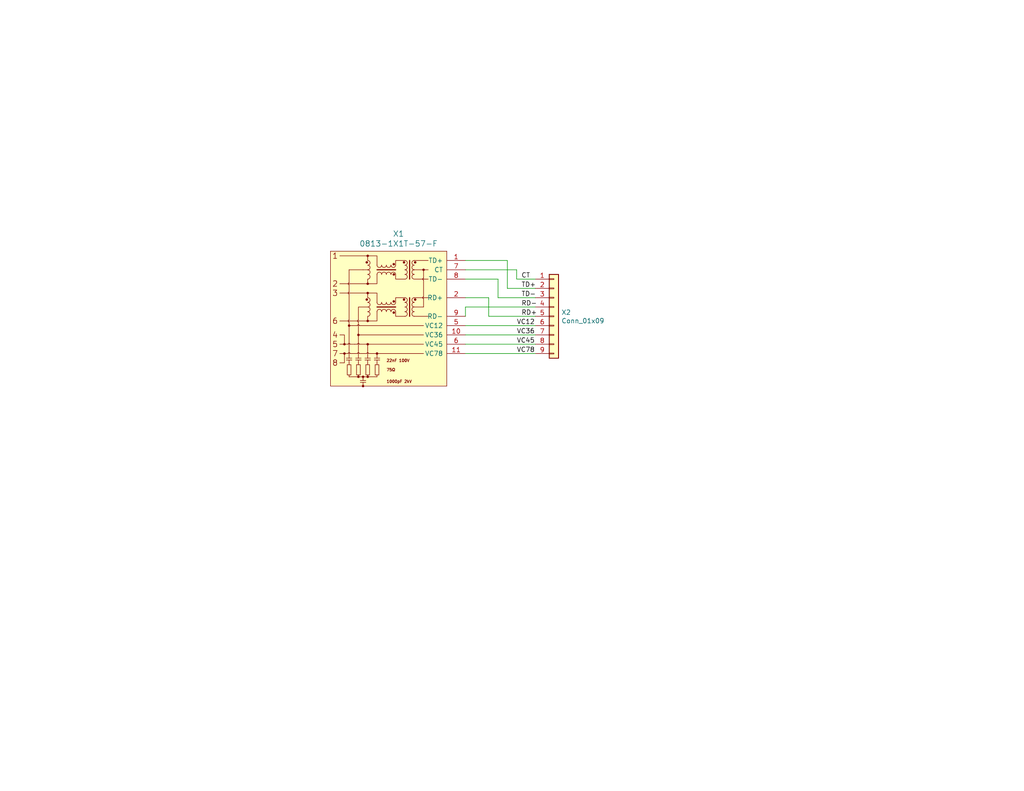
<source format=kicad_sch>
(kicad_sch (version 20230121) (generator eeschema)
  (paper "USLetter")
  (title_block (title "0813-1X1T-57-F Breakout") (date "2018-08-19") (rev "1") (company "Alex M."))
  (lib_symbols
    (symbol "Breakout_0813-1X1T-57-F-rescue:0813-1X1T-57-F-AlexComponents" (pin_names (offset 1.016))
      (property "Reference" "X" (at -13.97 21.59 0))
      (property "Value" "AlexComponents:0813-1X1T-57-F" (at 0 -17.78 0))
      (symbol "0813-1X1T-57-F-AlexComponents_0_0"
        (circle (center -11.43 -5.08) (radius 0.254) (fill (type outline)))
        (circle (center -6.35 -16.51) (radius 0.254) (fill (type outline)))
        (rectangle (start 16.51 -16.51) (end -15.24 20.32) (fill (type background)))
        (text "1" (at -13.97 19.05 0) (effects (font (size 1.524 1.524))))
        (text "1000pF 2kV" (at 0 -15.24 0) (effects (font (size 0.762 0.762)) (justify left)))
        (text "2" (at -13.97 11.43 0) (effects (font (size 1.524 1.524))))
        (text "22nF 100V" (at 0 -9.525 0) (effects (font (size 0.762 0.762)) (justify left)))
        (text "3" (at -13.97 8.89 0) (effects (font (size 1.524 1.524))))
        (text "4" (at -13.97 -2.54 0) (effects (font (size 1.524 1.524))))
        (text "5" (at -13.97 -5.08 0) (effects (font (size 1.524 1.524))))
        (text "6" (at -13.97 1.27 0) (effects (font (size 1.524 1.524))))
        (text "7" (at -13.97 -7.62 0) (effects (font (size 1.524 1.524))))
        (text "75Ω" (at 0 -12.065 0) (effects (font (size 0.762 0.762)) (justify left)))
        (text "8" (at -13.97 -10.16 0) (effects (font (size 1.524 1.524))))
      )
      (symbol "0813-1X1T-57-F-AlexComponents_0_1"
        (circle (center -11.43 -7.62) (radius 0.254) (fill (type outline)))
        (rectangle (start -10.668 -10.668) (end -9.652 -13.462))
        (circle (center -10.16 0) (radius 0.254) (fill (type outline)))
        (arc (start -10.16 1.524) (mid -10.4129 1.27) (end -10.16 1.016))
        (arc (start -10.16 9.144) (mid -10.4129 8.89) (end -10.16 8.636))
        (arc (start -10.16 11.684) (mid -10.4129 11.43) (end -10.16 11.176))
        (arc (start -9.906 -7.62) (mid -10.16 -7.3671) (end -10.414 -7.62))
        (arc (start -9.906 -5.08) (mid -10.16 -4.8271) (end -10.414 -5.08))
        (rectangle (start -8.128 -10.668) (end -7.112 -13.462))
        (circle (center -7.62 -13.97) (radius 0.254) (fill (type outline)))
        (circle (center -7.62 -2.54) (radius 0.254) (fill (type outline)))
        (arc (start -7.62 1.524) (mid -7.8729 1.27) (end -7.62 1.016))
        (arc (start -7.366 -7.62) (mid -7.62 -7.3671) (end -7.874 -7.62))
        (arc (start -7.366 -5.08) (mid -7.62 -4.8271) (end -7.874 -5.08))
        (arc (start -7.366 0) (mid -7.62 0.2529) (end -7.874 0))
        (circle (center -6.35 -13.97) (radius 0.254) (fill (type outline)))
        (rectangle (start -5.588 -10.668) (end -4.572 -13.462))
        (circle (center -5.334 7.112) (radius 0.254) (fill (type outline)))
        (circle (center -5.334 17.272) (radius 0.254) (fill (type outline)))
        (circle (center -5.08 -13.97) (radius 0.254) (fill (type outline)))
        (circle (center -5.08 -5.08) (radius 0.254) (fill (type outline)))
        (circle (center -5.08 1.27) (radius 0.254) (fill (type outline)))
        (arc (start -5.08 2.54) (mid -4.4477 3.175) (end -5.08 3.81))
        (arc (start -5.08 3.81) (mid -4.4477 4.445) (end -5.08 5.08))
        (arc (start -5.08 5.08) (mid -4.4477 5.715) (end -5.08 6.35))
        (arc (start -5.08 6.35) (mid -4.4477 6.985) (end -5.08 7.62))
        (circle (center -5.08 8.89) (radius 0.254) (fill (type outline)))
        (circle (center -5.08 11.43) (radius 0.254) (fill (type outline)))
        (arc (start -5.08 12.7) (mid -4.4477 13.335) (end -5.08 13.97))
        (arc (start -5.08 13.97) (mid -4.4477 14.605) (end -5.08 15.24))
        (arc (start -5.08 15.24) (mid -4.4477 15.875) (end -5.08 16.51))
        (arc (start -5.08 16.51) (mid -4.4477 17.145) (end -5.08 17.78))
        (circle (center -5.08 19.05) (radius 0.254) (fill (type outline)))
        (arc (start -4.826 -7.62) (mid -5.08 -7.3671) (end -5.334 -7.62))
        (rectangle (start -3.048 -10.668) (end -2.032 -13.462))
        (circle (center -2.54 -7.62) (radius 0.254) (fill (type outline)))
        (arc (start -2.54 6.35) (mid -1.905 5.7177) (end -1.27 6.35))
        (arc (start -2.54 16.51) (mid -1.905 15.8777) (end -1.27 16.51))
        (arc (start -1.27 3.81) (mid -1.905 4.4423) (end -2.54 3.81))
        (arc (start -1.27 6.35) (mid -0.635 5.7177) (end 0 6.35))
        (arc (start -1.27 13.97) (mid -1.905 14.6023) (end -2.54 13.97))
        (arc (start -1.27 16.51) (mid -0.635 15.8777) (end 0 16.51))
        (polyline (pts (xy -11.43 -7.62) (xy -12.7 -7.62)))
        (polyline (pts (xy -11.43 -5.08) (xy -12.7 -5.08)))
        (polyline (pts (xy -10.922 -9.398) (xy -9.398 -9.398)))
        (polyline (pts (xy -10.922 -8.89) (xy -9.398 -8.89)))
        (polyline (pts (xy -10.414 -7.62) (xy -11.43 -7.62)))
        (polyline (pts (xy -10.414 -5.08) (xy -11.43 -5.08)))
        (polyline (pts (xy -10.16 -13.462) (xy -10.16 -13.97)))
        (polyline (pts (xy -10.16 -10.16) (xy -10.16 -10.668)))
        (polyline (pts (xy -10.16 -9.398) (xy -10.16 -10.16)))
        (polyline (pts (xy -10.16 0) (xy -10.16 -8.89)))
        (polyline (pts (xy -10.16 1.524) (xy -10.16 8.636)))
        (polyline (pts (xy -10.16 9.144) (xy -10.16 11.176)))
        (polyline (pts (xy -10.16 11.684) (xy -10.16 15.24)))
        (polyline (pts (xy -10.16 15.24) (xy -6.35 15.24)))
        (polyline (pts (xy -9.906 -7.62) (xy -8.636 -7.62)))
        (polyline (pts (xy -9.906 -5.08) (xy -8.636 -5.08)))
        (polyline (pts (xy -8.382 -9.398) (xy -6.858 -9.398)))
        (polyline (pts (xy -8.382 -8.89) (xy -6.858 -8.89)))
        (polyline (pts (xy -7.874 -7.62) (xy -8.636 -7.62)))
        (polyline (pts (xy -7.874 -5.08) (xy -8.636 -5.08)))
        (polyline (pts (xy -7.874 0) (xy -9.144 0)))
        (polyline (pts (xy -7.62 -13.462) (xy -7.62 -13.97)))
        (polyline (pts (xy -7.62 -10.16) (xy -7.62 -10.668)))
        (polyline (pts (xy -7.62 -9.398) (xy -7.62 -10.16)))
        (polyline (pts (xy -7.62 -2.54) (xy -7.62 -8.89)))
        (polyline (pts (xy -7.112 -15.494) (xy -5.588 -15.494)))
        (polyline (pts (xy -7.112 -14.986) (xy -5.588 -14.986)))
        (polyline (pts (xy -6.35 -15.494) (xy -6.35 -16.51)))
        (polyline (pts (xy -6.35 -14.478) (xy -6.35 -14.986)))
        (polyline (pts (xy -6.35 -13.97) (xy -6.35 -14.478)))
        (polyline (pts (xy -6.35 15.24) (xy -5.08 15.24)))
        (polyline (pts (xy -5.842 -9.398) (xy -4.318 -9.398)))
        (polyline (pts (xy -5.588 -7.62) (xy -7.366 -7.62)))
        (polyline (pts (xy -5.588 -7.62) (xy -5.334 -7.62)))
        (polyline (pts (xy -5.08 -13.462) (xy -5.08 -13.97)))
        (polyline (pts (xy -5.08 -10.16) (xy -5.08 -10.668)))
        (polyline (pts (xy -5.08 -9.398) (xy -5.08 -10.16)))
        (polyline (pts (xy -5.08 -8.89) (xy -5.08 -6.35)))
        (polyline (pts (xy -5.08 -6.35) (xy -5.08 -5.08)))
        (polyline (pts (xy -5.08 1.27) (xy -12.7 1.27)))
        (polyline (pts (xy -5.08 8.89) (xy -12.7 8.89)))
        (polyline (pts (xy -5.08 11.43) (xy -12.7 11.43)))
        (polyline (pts (xy -5.08 19.05) (xy -12.7 19.05)))
        (polyline (pts (xy -4.826 -7.62) (xy 10.16 -7.62)))
        (polyline (pts (xy -3.302 -9.398) (xy -1.778 -9.398)))
        (polyline (pts (xy -3.302 -8.89) (xy -1.778 -8.89)))
        (polyline (pts (xy -2.54 -13.462) (xy -2.54 -13.97)))
        (polyline (pts (xy -2.54 -10.16) (xy -2.54 -10.668)))
        (polyline (pts (xy -2.54 -9.398) (xy -2.54 -10.16)))
        (polyline (pts (xy -2.54 -8.89) (xy -2.54 -7.62)))
        (polyline (pts (xy -2.54 5.08) (xy 2.54 5.08)) (stroke (width 0.3048)))
        (polyline (pts (xy -2.54 15.24) (xy 2.54 15.24)) (stroke (width 0.3048)))
        (polyline (pts (xy 6.35 7.62) (xy 6.35 2.54)) (stroke (width 0.3048)))
        (polyline (pts (xy 6.35 17.78) (xy 6.35 12.7)) (stroke (width 0.3048)))
        (polyline (pts (xy 7.62 2.54) (xy 11.43 2.54)))
        (polyline (pts (xy 7.62 5.08) (xy 10.16 5.08)))
        (polyline (pts (xy 7.62 7.62) (xy 11.43 7.62)))
        (polyline (pts (xy 7.62 12.7) (xy 11.43 12.7)))
        (polyline (pts (xy 7.62 15.24) (xy 10.16 15.24)))
        (polyline (pts (xy 7.62 17.78) (xy 11.43 17.78)))
        (polyline (pts (xy 10.16 -5.08) (xy -7.366 -5.08)))
        (polyline (pts (xy 10.16 0) (xy -7.366 0)))
        (polyline (pts (xy 10.16 7.366) (xy 10.16 5.08)))
        (polyline (pts (xy 10.16 7.874) (xy 10.16 12.446)))
        (polyline (pts (xy 10.16 15.24) (xy 10.16 12.954)))
        (polyline (pts (xy 10.16 15.24) (xy 11.43 15.24)))
        (polyline (pts (xy -11.43 -7.62) (xy -11.43 -10.16) (xy -12.7 -10.16)))
        (polyline (pts (xy -11.43 -5.08) (xy -11.43 -2.54) (xy -12.7 -2.54)))
        (polyline (pts (xy -9.144 0) (xy -10.16 0) (xy -10.16 1.016)))
        (polyline (pts (xy -5.842 -8.89) (xy -4.572 -8.89) (xy -4.318 -8.89)))
        (polyline (pts (xy -5.08 5.08) (xy -7.62 5.08) (xy -7.62 1.524)))
        (polyline (pts (xy 5.08 2.54) (xy 2.54 2.54) (xy 2.54 3.81)))
        (polyline (pts (xy 5.08 7.62) (xy 2.54 7.62) (xy 2.54 6.35)))
        (polyline (pts (xy 5.08 12.7) (xy 2.54 12.7) (xy 2.54 13.97)))
        (polyline (pts (xy 10.16 -2.54) (xy -7.62 -2.54) (xy -7.62 1.016)))
        (polyline (pts (xy -10.16 -13.97) (xy -7.62 -13.97) (xy -5.08 -13.97) (xy -2.54 -13.97)))
        (polyline (pts (xy -5.08 2.54) (xy -5.08 1.27) (xy -2.54 1.27) (xy -2.54 3.81)))
        (polyline (pts (xy -5.08 7.62) (xy -5.08 8.89) (xy -2.54 8.89) (xy -2.54 6.35)))
        (polyline (pts (xy -5.08 12.7) (xy -5.08 11.43) (xy -2.54 11.43) (xy -2.54 13.97)))
        (polyline (pts (xy -5.08 17.78) (xy -5.08 19.05) (xy -2.54 19.05) (xy -2.54 16.51)))
        (polyline (pts (xy 5.08 17.78) (xy 2.54 17.78) (xy 2.54 16.764) (xy 2.54 16.51)))
        (arc (start 0 3.81) (mid -0.635 4.4423) (end -1.27 3.81))
        (arc (start 0 6.35) (mid 0.635 5.7177) (end 1.27 6.35))
        (arc (start 0 13.97) (mid -0.635 14.6023) (end -1.27 13.97))
        (arc (start 0 16.51) (mid 0.635 15.8777) (end 1.27 16.51))
        (arc (start 1.27 3.81) (mid 0.635 4.4423) (end 0 3.81))
        (arc (start 1.27 6.35) (mid 1.905 5.7177) (end 2.54 6.35))
        (arc (start 1.27 13.97) (mid 0.635 14.6023) (end 0 13.97))
        (arc (start 1.27 16.51) (mid 1.905 15.8777) (end 2.54 16.51))
        (circle (center 2.032 3.556) (radius 0.254) (fill (type outline)))
        (circle (center 2.032 6.604) (radius 0.254) (fill (type outline)))
        (circle (center 2.032 13.97) (radius 0.254) (fill (type outline)))
        (circle (center 2.032 16.764) (radius 0.254) (fill (type outline)))
        (arc (start 2.54 3.81) (mid 1.905 4.4423) (end 1.27 3.81))
        (arc (start 2.54 13.97) (mid 1.905 14.6023) (end 1.27 13.97))
        (circle (center 4.826 7.112) (radius 0.254) (fill (type outline)))
        (circle (center 4.826 17.272) (radius 0.254) (fill (type outline)))
        (arc (start 5.08 2.54) (mid 5.7123 3.175) (end 5.08 3.81))
        (arc (start 5.08 3.81) (mid 5.7123 4.445) (end 5.08 5.08))
        (arc (start 5.08 5.08) (mid 5.7123 5.715) (end 5.08 6.35))
        (arc (start 5.08 6.35) (mid 5.7123 6.985) (end 5.08 7.62))
        (arc (start 5.08 12.7) (mid 5.7123 13.335) (end 5.08 13.97))
        (arc (start 5.08 13.97) (mid 5.7123 14.605) (end 5.08 15.24))
        (arc (start 5.08 15.24) (mid 5.7123 15.875) (end 5.08 16.51))
        (arc (start 5.08 16.51) (mid 5.7123 17.145) (end 5.08 17.78))
        (arc (start 7.62 3.81) (mid 6.9877 3.175) (end 7.62 2.54))
        (arc (start 7.62 5.08) (mid 6.9877 4.445) (end 7.62 3.81))
        (arc (start 7.62 6.35) (mid 6.9877 5.715) (end 7.62 5.08))
        (arc (start 7.62 7.62) (mid 6.9877 6.985) (end 7.62 6.35))
        (arc (start 7.62 13.97) (mid 6.9877 13.335) (end 7.62 12.7))
        (arc (start 7.62 15.24) (mid 6.9877 14.605) (end 7.62 13.97))
        (arc (start 7.62 16.51) (mid 6.9877 15.875) (end 7.62 15.24))
        (arc (start 7.62 17.78) (mid 6.9877 17.145) (end 7.62 16.51))
        (circle (center 7.874 7.112) (radius 0.254) (fill (type outline)))
        (circle (center 7.874 17.272) (radius 0.254) (fill (type outline)))
        (arc (start 10.16 7.874) (mid 9.9071 7.62) (end 10.16 7.366))
        (arc (start 10.16 12.954) (mid 9.9071 12.7) (end 10.16 12.446))
        (circle (center 10.16 15.24) (radius 0.254) (fill (type outline)))
      )
      (symbol "0813-1X1T-57-F-AlexComponents_1_1"
        (pin input line (at 21.59 17.78 180) (length 5.08) (name "TD+") (number "1"))
        (pin power_out line (at 21.59 -2.54 180) (length 5.08) (name "VC36") (number "10"))
        (pin power_out line (at 21.59 -7.62 180) (length 5.08) (name "VC78") (number "11"))
        (pin input line (at 21.59 7.62 180) (length 5.08) (name "RD+") (number "2"))
        (pin power_out line (at 21.59 0 180) (length 5.08) (name "VC12") (number "5"))
        (pin power_out line (at 21.59 -5.08 180) (length 5.08) (name "VC45") (number "6"))
        (pin input line (at 21.59 15.24 180) (length 5.08) (name "CT") (number "7"))
        (pin input line (at 21.59 12.7 180) (length 5.08) (name "TD-") (number "8"))
        (pin input line (at 21.59 2.54 180) (length 5.08) (name "RD-") (number "9"))
      )
    )
    (symbol "Connector_Generic:Conn_01x09" (pin_names (offset 1.016) hide)
      (property "Reference" "J" (at 0 12.7 0))
      (property "Value" "Conn_01x09" (at 0 -12.7 0))
      (symbol "Conn_01x09_1_1"
        (rectangle (start -1.27 -10.033) (end 0 -10.287) (stroke (width 0.1524)))
        (rectangle (start -1.27 -7.493) (end 0 -7.747) (stroke (width 0.1524)))
        (rectangle (start -1.27 -4.953) (end 0 -5.207) (stroke (width 0.1524)))
        (rectangle (start -1.27 -2.413) (end 0 -2.667) (stroke (width 0.1524)))
        (rectangle (start -1.27 0.127) (end 0 -0.127) (stroke (width 0.1524)))
        (rectangle (start -1.27 2.667) (end 0 2.413) (stroke (width 0.1524)))
        (rectangle (start -1.27 5.207) (end 0 4.953) (stroke (width 0.1524)))
        (rectangle (start -1.27 7.747) (end 0 7.493) (stroke (width 0.1524)))
        (rectangle (start -1.27 10.287) (end 0 10.033) (stroke (width 0.1524)))
        (rectangle (start -1.27 11.43) (end 1.27 -11.43) (stroke (width 0.254)) (fill (type background)))
        (pin passive line (at -5.08 10.16 0) (length 3.81) (name "Pin_1") (number "1"))
        (pin passive line (at -5.08 7.62 0) (length 3.81) (name "Pin_2") (number "2"))
        (pin passive line (at -5.08 5.08 0) (length 3.81) (name "Pin_3") (number "3"))
        (pin passive line (at -5.08 2.54 0) (length 3.81) (name "Pin_4") (number "4"))
        (pin passive line (at -5.08 0 0) (length 3.81) (name "Pin_5") (number "5"))
        (pin passive line (at -5.08 -2.54 0) (length 3.81) (name "Pin_6") (number "6"))
        (pin passive line (at -5.08 -5.08 0) (length 3.81) (name "Pin_7") (number "7"))
        (pin passive line (at -5.08 -7.62 0) (length 3.81) (name "Pin_8") (number "8"))
        (pin passive line (at -5.08 -10.16 0) (length 3.81) (name "Pin_9") (number "9"))
      )
    )
  )
  (wire (pts (xy 135.89 81.28) (xy 146.05 81.28)))
  (wire (pts (xy 127 83.82) (xy 127 86.36)))
  (wire (pts (xy 135.89 81.28) (xy 135.89 76.2)))
  (wire (pts (xy 140.97 76.2) (xy 140.97 73.66)))
  (wire (pts (xy 127 96.52) (xy 146.05 96.52)))
  (wire (pts (xy 133.35 86.36) (xy 146.05 86.36)))
  (wire (pts (xy 135.89 76.2) (xy 127 76.2)))
  (wire (pts (xy 138.43 78.74) (xy 146.05 78.74)))
  (wire (pts (xy 138.43 71.12) (xy 127 71.12)))
  (wire (pts (xy 140.97 73.66) (xy 127 73.66)))
  (wire (pts (xy 127 83.82) (xy 146.05 83.82)))
  (wire (pts (xy 146.05 91.44) (xy 127 91.44)))
  (wire (pts (xy 133.35 81.28) (xy 127 81.28)))
  (wire (pts (xy 138.43 78.74) (xy 138.43 71.12)))
  (wire (pts (xy 127 88.9) (xy 146.05 88.9)))
  (wire (pts (xy 146.05 76.2) (xy 140.97 76.2)))
  (wire (pts (xy 127 93.98) (xy 146.05 93.98)))
  (wire (pts (xy 133.35 86.36) (xy 133.35 81.28)))
  (label "CT" (at 142.24 76.2 0))
  (label "VC78" (at 140.97 96.52 0))
  (label "TD+" (at 142.24 78.74 0))
  (label "RD-" (at 142.24 83.82 0))
  (label "VC12" (at 140.97 88.9 0))
  (label "VC36" (at 140.97 91.44 0))
  (label "VC45" (at 140.97 93.98 0))
  (label "RD+" (at 142.24 86.36 0))
  (label "TD-" (at 142.24 81.28 0))
  (symbol (lib_id "Breakout_0813-1X1T-57-F-rescue:0813-1X1T-57-F-AlexComponents") (at 105.41 88.9 0) (unit 1)
    (property "Reference" "X1" (at 108.7374 63.8302 0) (effects (font (size 1.524 1.524))))
    (property "Value" "0813-1X1T-57-F" (at 108.7374 66.5226 0) (effects (font (size 1.524 1.524))))
    (property "Footprint" "AlexComponents:0813-1X1T-57-F_RJ45-Jack" (effects hide))
    (property "Datasheet" "http://belfuse.com/pdfs/0813-1X1T-57-F.pdf" (effects hide))
    (property "DigiKey Part Number" "507-1421-ND" (effects hide))
  )
  (symbol (lib_id "Connector_Generic:Conn_01x09") (at 151.13 86.36 0) (unit 1)
    (property "Reference" "X2" (at 153.162 85.2932 0) (effects (justify left)))
    (property "Value" "Conn_01x09" (at 153.162 87.6046 0) (effects (justify left)))
    (property "Footprint" "Pin_Headers:Pin_Header_Straight_1x09_Pitch2.54mm" (effects hide))
  )
)
</source>
